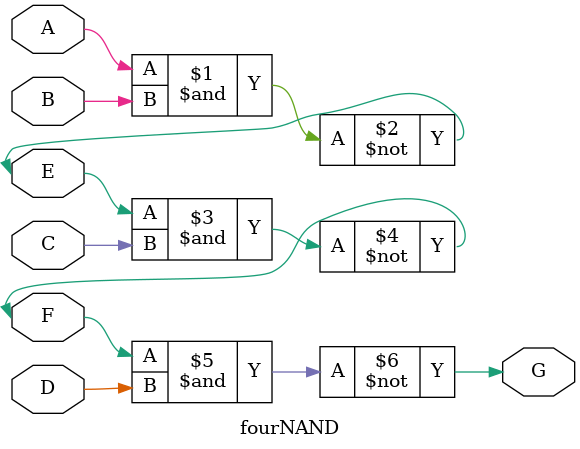
<source format=v>
`timescale 1ns / 1ps


module fourNAND(
    input A,
    input B,
    input C,
    input D,
    inout E,
    inout F,
    output G
    );
    
    assign E = ~(A & B);
    assign F = ~(E & C);
    assign G = ~(F & D);
    
endmodule

</source>
